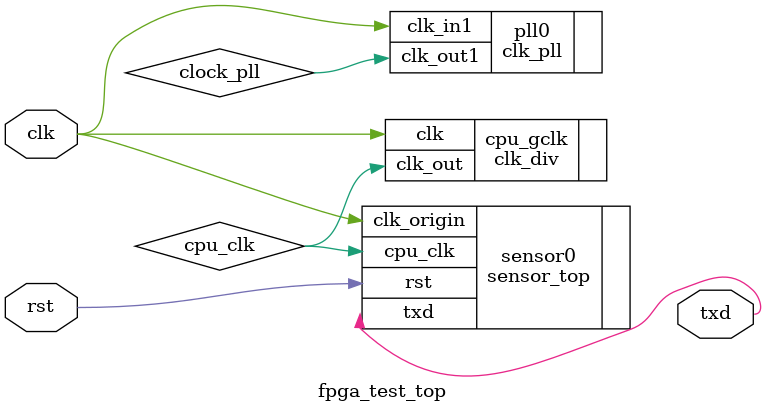
<source format=sv>
`timescale 1ns/1ps
module fpga_test_top(
    input  logic clk,    
    input  logic rst,
    output logic txd
);

logic cpu_clk,clock_pll;
clk_pll pll0
   (
    .clk_out1(clock_pll),     //8m
    .clk_in1(clk));  

clk_div cpu_gclk(   
    .clk(clk),
    .clk_out(cpu_clk)          //900
);


sensor_top sensor0(
    .clk_origin(clk),                  //must input 100M clk
    .cpu_clk(cpu_clk),          //input cpu_clk
    .rst(rst),
    .txd(txd)
);
endmodule
</source>
